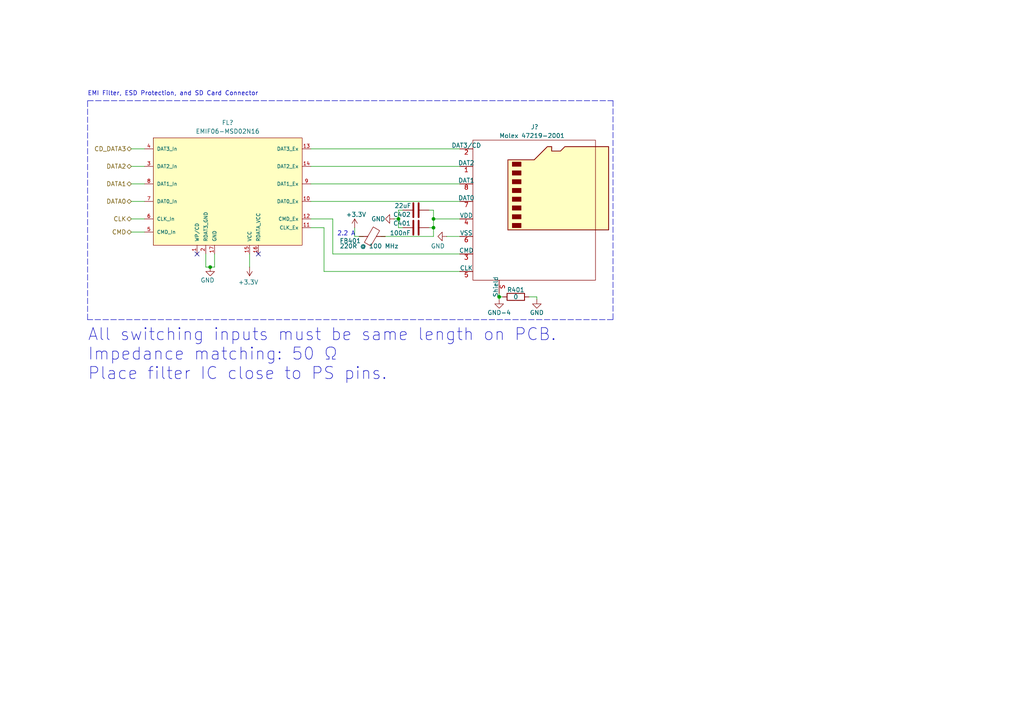
<source format=kicad_sch>
(kicad_sch (version 20231120) (generator "eeschema") (generator_version "8.0")
  (paper "A4")
  (title_block (title "Zynq-Based Master Controller") (date "2020-10-14") (rev "1.0") (company "JFH & SRM"))
  (lib_symbols
    (symbol "Device:C" (pin_numbers hide) (pin_names (offset 0.254))
      (property "Reference" "C" (at 0.635 2.54 0))
      (property "Value" "C" (at 0.635 -2.54 0))
      (symbol "C_0_1"
        (polyline (pts (xy -2.032 -0.762) (xy 2.032 -0.762)) (stroke (width 0.508)))
        (polyline (pts (xy -2.032 0.762) (xy 2.032 0.762)) (stroke (width 0.508)))
      )
      (symbol "C_1_1"
        (pin passive line (at 0 3.81 270) (length 2.794) (name "~") (number "1"))
        (pin passive line (at 0 -3.81 90) (length 2.794) (name "~") (number "2"))
      )
    )
    (symbol "Device:FerriteBead" (pin_numbers hide) (pin_names (offset 0))
      (property "Reference" "FB" (at -3.81 0.635 90))
      (property "Value" "FerriteBead" (at 3.81 0 90))
      (symbol "FerriteBead_0_1"
        (polyline (pts (xy 0 -1.27) (xy 0 -1.2192)))
        (polyline (pts (xy 0 1.27) (xy 0 1.2954)))
        (polyline (pts (xy -2.7686 0.4064) (xy -1.7018 2.2606) (xy 2.7686 -0.3048) (xy 1.6764 -2.159) (xy -2.7686 0.4064)))
      )
      (symbol "FerriteBead_1_1"
        (pin passive line (at 0 3.81 270) (length 2.54) (name "~") (number "1"))
        (pin passive line (at 0 -3.81 90) (length 2.54) (name "~") (number "2"))
      )
    )
    (symbol "Device:R" (pin_numbers hide) (pin_names (offset 0))
      (property "Reference" "R" (at 2.032 0 90))
      (property "Value" "R" (at 0 0 90))
      (symbol "R_0_1"
        (rectangle (start -1.016 -2.54) (end 1.016 2.54) (stroke (width 0.254)))
      )
      (symbol "R_1_1"
        (pin passive line (at 0 3.81 270) (length 1.27) (name "~") (number "1"))
        (pin passive line (at 0 -3.81 90) (length 1.27) (name "~") (number "2"))
      )
    )
    (symbol "Vikings_connectors:Molex47219-2001" (pin_names (offset 0))
      (property "Reference" "J" (at 18.415 7.62 0))
      (property "Value" "Molex47219-2001" (at 11.43 5.08 0))
      (symbol "Molex47219-2001_1_1"
        (polyline (pts (xy 13.97 -23.495) (xy 13.97 -3.175) (xy 21.59 -3.175) (xy 25.4 0.635) (xy 26.67 0.635) (xy 26.67 -0.635) (xy 29.21 -0.635) (xy 30.48 0.635) (xy 43.18 0.635) (xy 43.18 -23.495) (xy 13.97 -23.495)) (stroke (width 0.254)) (fill (type background)))
        (rectangle (start 3.81 2.54) (end 39.37 -38.1))
        (rectangle (start 15.24 -21.59) (end 17.78 -22.86) (fill (type outline)))
        (rectangle (start 15.24 -19.05) (end 17.78 -20.32) (fill (type outline)))
        (rectangle (start 15.24 -16.51) (end 17.78 -17.78) (fill (type outline)))
        (rectangle (start 15.24 -13.97) (end 17.78 -15.24) (fill (type outline)))
        (rectangle (start 15.24 -11.43) (end 17.78 -12.7) (fill (type outline)))
        (rectangle (start 15.24 -8.89) (end 17.78 -10.16) (fill (type outline)))
        (rectangle (start 15.24 -6.35) (end 17.78 -7.62) (fill (type outline)))
        (rectangle (start 15.24 -3.81) (end 17.78 -5.08) (fill (type outline)))
        (pin bidirectional line (at 0 -5.08 0) (length 3.81) (name "DAT2") (number "1"))
        (pin bidirectional line (at 0 0 0) (length 3.81) (name "DAT3/CD") (number "2"))
        (pin input line (at 0 -30.48 0) (length 3.81) (name "CMD") (number "3"))
        (pin power_in line (at 0 -20.32 0) (length 3.81) (name "VDD") (number "4"))
        (pin input line (at 0 -35.56 0) (length 3.81) (name "CLK") (number "5"))
        (pin power_in line (at 0 -25.4 0) (length 3.81) (name "VSS") (number "6"))
        (pin bidirectional line (at 0 -15.24 0) (length 3.81) (name "DAT0") (number "7"))
        (pin bidirectional line (at 0 -10.16 0) (length 3.81) (name "DAT1") (number "8"))
        (pin passive line (at 11.43 -41.91 90) (length 3.81) (name "Shield") (number "S"))
      )
    )
    (symbol "Vikings_misc:GND-4" (power) (pin_names (offset 0))
      (property "Value" "GND-4" (at 0 -3.81 0))
      (symbol "GND-4_0_1"
        (polyline (pts (xy 0 0) (xy 0 -1.27) (xy 1.27 -1.27) (xy 0 -2.54) (xy -1.27 -1.27) (xy 0 -1.27)))
      )
      (symbol "GND-4_1_1"
        (pin power_in line (at 0 0 270) (length 0) hide (name "GND-4") (number "1"))
      )
    )
    (symbol "Vikings_passives:EMIF06-MSD02N16" (pin_names (offset 1.016))
      (property "Reference" "FL" (at 2.54 -29.845 0))
      (property "Value" "EMIF06-MSD02N16" (at 0 7.62 0))
      (symbol "EMIF06-MSD02N16_1_1"
        (rectangle (start -2.54 -27.94) (end -45.72 3.175) (fill (type background)))
        (pin passive line (at -33.02 -30.48 90) (length 2.54) (name "WP/CD") (number "1"))
        (pin passive line (at 0 -15.24 180) (length 2.54) (name "DAT0_Ex") (number "10"))
        (pin passive line (at 0 -22.86 180) (length 2.54) (name "CLK_Ex") (number "11"))
        (pin passive line (at 0 -20.32 180) (length 2.54) (name "CMD_Ex") (number "12"))
        (pin passive line (at 0 0 180) (length 2.54) (name "DAT3_Ex") (number "13"))
        (pin passive line (at 0 -5.08 180) (length 2.54) (name "DAT2_Ex") (number "14"))
        (pin power_in line (at -17.78 -30.48 90) (length 2.54) (name "VCC") (number "15"))
        (pin power_in line (at -15.24 -30.48 90) (length 2.54) (name "RDATA_VCC") (number "16"))
        (pin power_in line (at -27.94 -30.48 90) (length 2.54) (name "GND") (number "17"))
        (pin power_in line (at -30.48 -30.48 90) (length 2.54) (name "RDAT3_GND") (number "2"))
        (pin passive line (at -48.26 -5.08 0) (length 2.54) (name "DAT2_In") (number "3"))
        (pin passive line (at -48.26 0 0) (length 2.54) (name "DAT3_In") (number "4"))
        (pin passive line (at -48.26 -24.13 0) (length 2.54) (name "CMD_In") (number "5"))
        (pin passive line (at -48.26 -20.32 0) (length 2.54) (name "CLK_In") (number "6"))
        (pin passive line (at -48.26 -15.24 0) (length 2.54) (name "DAT0_In") (number "7"))
        (pin passive line (at -48.26 -10.16 0) (length 2.54) (name "DAT1_In") (number "8"))
        (pin passive line (at 0 -10.16 180) (length 2.54) (name "DAT1_Ex") (number "9"))
      )
    )
    (symbol "power:+3.3V" (power) (pin_numbers hide) (pin_names (offset 0) hide)
      (property "Value" "+3.3V" (at 0 3.556 0))
      (symbol "+3.3V_0_1"
        (polyline (pts (xy -0.762 1.27) (xy 0 2.54)))
        (polyline (pts (xy 0 0) (xy 0 2.54)))
        (polyline (pts (xy 0 2.54) (xy 0.762 1.27)))
      )
      (symbol "+3.3V_1_1"
        (pin power_in line (at 0 0 90) (length 0) (name "~") (number "1"))
      )
    )
    (symbol "power:GND" (power) (pin_numbers hide) (pin_names (offset 0) hide)
      (property "Value" "GND" (at 0 -3.81 0))
      (symbol "GND_0_1"
        (polyline (pts (xy 0 0) (xy 0 -1.27) (xy 1.27 -1.27) (xy 0 -2.54) (xy -1.27 -1.27) (xy 0 -1.27)))
      )
      (symbol "GND_1_1"
        (pin power_in line (at 0 0 270) (length 0) (name "~") (number "1"))
      )
    )
  )
  (junction (at 144.78 86.106))
  (junction (at 125.73 66.04))
  (junction (at 125.73 63.5))
  (junction (at 60.96 77.47))
  (junction (at 115.57 63.5))
  (no_connect (at 57.15 73.66))
  (no_connect (at 74.93 73.66))
  (wire (pts (xy 62.23 77.47) (xy 60.96 77.47)))
  (polyline (pts (xy 25.4 29.21) (xy 177.8 29.21)) (stroke (width 0) (type dash)))
  (wire (pts (xy 59.69 77.47) (xy 59.69 73.66)))
  (wire (pts (xy 115.57 63.5) (xy 115.57 66.04)))
  (wire (pts (xy 115.57 60.96) (xy 115.57 63.5)))
  (wire (pts (xy 96.52 73.66) (xy 133.35 73.66)))
  (wire (pts (xy 155.702 86.106) (xy 155.702 86.868)))
  (wire (pts (xy 144.78 85.09) (xy 144.78 86.106)))
  (wire (pts (xy 60.96 77.47) (xy 59.69 77.47)))
  (polyline (pts (xy 177.8 92.71) (xy 25.4 92.71)) (stroke (width 0) (type dash)))
  (wire (pts (xy 116.84 66.04) (xy 115.57 66.04)))
  (wire (pts (xy 153.416 86.106) (xy 155.702 86.106)))
  (wire (pts (xy 116.84 60.96) (xy 115.57 60.96)))
  (wire (pts (xy 144.78 86.106) (xy 145.796 86.106)))
  (wire (pts (xy 62.23 73.66) (xy 62.23 77.47)))
  (wire (pts (xy 125.73 63.5) (xy 125.73 60.96)))
  (wire (pts (xy 93.98 66.04) (xy 93.98 78.74)))
  (wire (pts (xy 102.87 68.58) (xy 105.41 68.58)))
  (wire (pts (xy 90.17 66.04) (xy 93.98 66.04)))
  (wire (pts (xy 90.17 48.26) (xy 133.35 48.26)))
  (wire (pts (xy 125.73 63.5) (xy 133.35 63.5)))
  (polyline (pts (xy 177.8 29.21) (xy 177.8 92.71)) (stroke (width 0) (type dash)))
  (wire (pts (xy 90.17 43.18) (xy 133.35 43.18)))
  (wire (pts (xy 114.3 63.5) (xy 115.57 63.5)))
  (wire (pts (xy 96.52 63.5) (xy 96.52 73.66)))
  (wire (pts (xy 124.46 66.04) (xy 125.73 66.04)))
  (wire (pts (xy 125.73 68.58) (xy 125.73 66.04)))
  (wire (pts (xy 125.73 66.04) (xy 125.73 63.5)))
  (wire (pts (xy 41.91 53.34) (xy 38.1 53.34)))
  (wire (pts (xy 41.91 67.31) (xy 38.1 67.31)))
  (wire (pts (xy 144.78 86.106) (xy 144.78 86.868)))
  (wire (pts (xy 38.1 48.26) (xy 41.91 48.26)))
  (wire (pts (xy 41.91 63.5) (xy 38.1 63.5)))
  (wire (pts (xy 90.17 53.34) (xy 133.35 53.34)))
  (wire (pts (xy 93.98 78.74) (xy 133.35 78.74)))
  (wire (pts (xy 110.49 68.58) (xy 125.73 68.58)))
  (wire (pts (xy 90.17 63.5) (xy 96.52 63.5)))
  (wire (pts (xy 90.17 58.42) (xy 133.35 58.42)))
  (wire (pts (xy 72.39 73.66) (xy 72.39 77.47)))
  (polyline (pts (xy 25.4 92.71) (xy 25.4 29.21)) (stroke (width 0) (type dash)))
  (wire (pts (xy 133.35 68.58) (xy 129.54 68.58)))
  (wire (pts (xy 102.87 66.04) (xy 102.87 68.58)))
  (wire (pts (xy 38.1 58.42) (xy 41.91 58.42)))
  (wire (pts (xy 41.91 43.18) (xy 38.1 43.18)))
  (wire (pts (xy 125.73 60.96) (xy 124.46 60.96)))
  (text "All switching inputs must be same length on PCB.\nImpedance matching: 50 Ω\nPlace filter IC close to PS pins. " (at 25.4 110.49 0) (effects (font (size 3.5052 3.5052)) (justify left bottom)))
  (text "2.2 A" (at 97.79 68.58 0) (effects (font (size 1.27 1.27)) (justify left bottom)))
  (text "EMI Filter, ESD Protection, and SD Card Connector" (at 25.4 27.94 0) (effects (font (size 1.27 1.27)) (justify left bottom)))
  (hierarchical_label "DATA0" (shape bidirectional) (at 38.1 58.42 180))
  (hierarchical_label "CLK" (shape bidirectional) (at 38.1 63.5 180))
  (hierarchical_label "CD_DATA3" (shape bidirectional) (at 38.1 43.18 180))
  (hierarchical_label "DATA1" (shape bidirectional) (at 38.1 53.34 180))
  (hierarchical_label "CMD" (shape bidirectional) (at 38.1 67.31 180))
  (hierarchical_label "DATA2" (shape bidirectional) (at 38.1 48.26 180))
  (symbol (lib_id "Vikings_connectors:Molex47219-2001") (at 133.35 43.18 0) (unit 1)
    (property "Reference" "J?" (at 156.21 36.83 0) (effects (justify right)))
    (property "Value" "Molex 47219-2001" (at 163.83 39.37 0) (effects (justify right)))
    (property "Footprint" "Vikings_connectors:Molex-47219-2001-0" (effects (hide yes)))
    (property "Datasheet" "http://www.molex.com/pdm_docs/sd/472192001_sd.pdf" (effects (hide yes)))
    (property "category" "Conn" (effects (hide yes)))
    (property "digikey description" "CONN MICRO SD CARD HINGED TYPE" (effects (hide yes)))
    (property "digikey part number" "WM6698CT-ND" (effects (hide yes)))
    (property "is connector" "yes" (effects (hide yes)))
    (property "is female" "yes" (effects (hide yes)))
    (property "lead free" "yes" (effects (hide yes)))
    (property "library id" "cf639670a30b6b80" (effects (hide yes)))
    (property "manufacturer" "Molex" (effects (hide yes)))
    (property "mouser part number" "538-47219-2001" (effects (hide yes)))
    (property "package" "SMT_SDCARD_14MM5_13MM6" (effects (hide yes)))
    (property "rohs" "yes" (effects (hide yes)))
    (property "temperature range high" "+85°C" (effects (hide yes)))
    (property "temperature range low" "-20°C" (effects (hide yes)))
    (instances (project "" (path "" (reference "J?") (unit 1)) (path "" (reference "J401") (unit 1))))
  )
  (symbol (lib_id "Vikings_passives:EMIF06-MSD02N16") (at 90.17 43.18 0) (unit 1)
    (property "Reference" "FL?" (at 66.04 35.56 0))
    (property "Value" "EMIF06-MSD02N16" (at 66.04 38.1 0))
    (property "Footprint" "Vikings_devices:uQFN-16L" (effects (hide yes)))
    (property "Datasheet" "https://upverter.com/datasheet/dd14abe25c102cc7fdccadb49a97a5967f087691.pdf" (effects (hide yes)))
    (property "automotive" "No" (effects (hide yes)))
    (property "breakdown voltage" "5V" (effects (hide yes)))
    (property "capacitance" "20pF" (effects (hide yes)))
    (property "category" "Filter" (effects (hide yes)))
    (property "device class L1" "Circuit Protection" (effects (hide yes)))
    (property "device class L2" "ESD and Circuit Protection ICs" (effects (hide yes)))
    (property "device class L3" "unset" (effects (hide yes)))
    (property "digikey description" "FILTER RC(PI) 45 OHM/20PF SMD" (effects (hide yes)))
    (property "digikey part number" "497-8751-1-ND" (effects (hide yes)))
    (property "height" "0.55mm" (effects (hide yes)))
    (property "interface" "Other" (effects (hide yes)))
    (property "lead free" "Yes" (effects (hide yes)))
    (property "library id" "a836ff8c15a6a3d2" (effects (hide yes)))
    (property "manufacturer" "STMicroelectronics" (effects (hide yes)))
    (property "max junction temp" "+125°C" (effects (hide yes)))
    (property "mouser description" "EMI Network Filter Arrays 6-line Micro QFN Lvl 4 20pF 50MHz" (effects (hide yes)))
    (property "mouser part number" "511-EMIF06-MSD02N16" (effects (hide yes)))
    (property "number of channels" "6" (effects (hide yes)))
    (property "package" "uQFN16" (effects (hide yes)))
    (property "rohs" "Yes" (effects (hide yes)))
    (property "standoff height" "0mm" (effects (hide yes)))
    (property "temperature range high" "+85°C" (effects (hide yes)))
    (property "temperature range low" "-30°C" (effects (hide yes)))
    (instances (project "" (path "" (reference "FL?") (unit 1)) (path "" (reference "FL401") (unit 1))))
  )
  (symbol (lib_id "power:GND") (at 60.96 77.47 0) (unit 1)
    (property "Reference" "#PWR0173" (effects (hide yes)))
    (property "Value" "GND" (at 62.23 81.28 0) (effects (justify right)))
  )
  (symbol (lib_id "power:+3.3V") (at 102.87 66.04 0) (unit 1)
    (property "Reference" "#PWR0176" (effects (hide yes)))
    (property "Value" "+3.3V" (at 100.33 62.23 0) (effects (justify left)))
  )
  (symbol (lib_id "power:GND") (at 129.54 68.58 270) (unit 1)
    (property "Reference" "#PWR0174" (effects (hide yes)))
    (property "Value" "GND" (at 129.032 71.374 90) (effects (justify right)))
  )
  (symbol (lib_id "power:+3.3V") (at 72.39 77.47 180) (unit 1)
    (property "Reference" "#PWR0175" (effects (hide yes)))
    (property "Value" "+3.3V" (at 72.009 81.8642 0))
  )
  (symbol (lib_id "Device:C") (at 120.65 66.04 270) (unit 1)
    (property "Reference" "C401" (at 116.586 64.77 90))
    (property "Value" "100nF" (at 116.078 67.564 90))
    (property "Footprint" "Capacitor_SMD:C_0603_1608Metric" (effects (hide yes)))
  )
  (symbol (lib_id "Device:C") (at 120.65 60.96 270) (unit 1)
    (property "Reference" "C402" (at 116.586 62.23 90))
    (property "Value" "22uF" (at 116.84 59.69 90))
    (property "Footprint" "Capacitor_SMD:C_0805_2012Metric" (effects (hide yes)))
  )
  (symbol (lib_id "Device:R") (at 149.606 86.106 270) (unit 1)
    (property "Reference" "R401" (at 149.606 84.074 90))
    (property "Value" "0" (at 149.606 86.106 90))
    (property "Footprint" "Resistor_SMD:R_1210_3225Metric" (effects (hide yes)))
  )
  (symbol (lib_id "Vikings_misc:GND-4") (at 144.78 86.868 0) (unit 1)
    (property "Reference" "#PWR0186" (effects (hide yes)))
    (property "Value" "GND-4" (at 144.78 90.678 0))
  )
  (symbol (lib_id "Device:FerriteBead") (at 107.95 68.58 90) (unit 1)
    (property "Reference" "FB401" (at 101.6 69.85 90))
    (property "Value" "220R @ 100 MHz" (at 107.061 71.374 90))
    (property "Footprint" "Inductor_SMD:L_0603_1608Metric" (effects (hide yes)))
    (property "Description" "Ferrite bead" (effects (hide yes)))
    (property "Name" "MPZ1608S221ATA00" (effects (hide yes)))
    (instances (project "" (path "" (reference "FB401") (unit 1)) (path "" (reference "FB?") (unit 1)) (path "" (reference "FB?") (unit 1)) (path "" (reference "FB?") (unit 1))))
  )
  (symbol (lib_id "power:GND") (at 155.702 86.868 0) (unit 1)
    (property "Reference" "#PWR0204" (effects (hide yes)))
    (property "Value" "GND" (at 155.702 90.678 0))
  )
  (symbol (lib_id "power:GND") (at 114.3 63.5 270) (unit 1)
    (property "Reference" "#PWR0183" (effects (hide yes)))
    (property "Value" "GND" (at 111.76 63.5 90) (effects (justify right)))
  )
)
</source>
